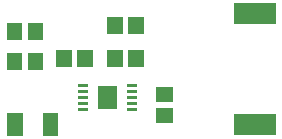
<source format=gbr>
G04 start of page 9 for group -4015 idx -4015 *
G04 Title: (unknown), toppaste *
G04 Creator: pcb 20110918 *
G04 CreationDate: Sat 30 Mar 2013 03:35:01 AM GMT UTC *
G04 For: railfan *
G04 Format: Gerber/RS-274X *
G04 PCB-Dimensions: 130000 55000 *
G04 PCB-Coordinate-Origin: lower left *
%MOIN*%
%FSLAX25Y25*%
%LNTOPPASTE*%
%ADD44R,0.0660X0.0660*%
%ADD43R,0.0117X0.0117*%
%ADD42R,0.0512X0.0512*%
%ADD41R,0.0700X0.0700*%
G54D41*X98500Y9000D02*X105500D01*
X98500Y46000D02*X105500D01*
G54D42*X71607Y19043D02*X72393D01*
X71607Y11957D02*X72393D01*
X22095Y10181D02*Y7819D01*
X33905Y10181D02*Y7819D01*
G54D43*X43605Y21940D02*X45903D01*
X43605Y19970D02*X45903D01*
X43605Y18000D02*X45903D01*
X43605Y16030D02*X45903D01*
X43605Y14060D02*X45903D01*
X60097D02*X62395D01*
X60097Y16030D02*X62395D01*
X60097Y18000D02*X62395D01*
X60097Y19970D02*X62395D01*
X60097Y21940D02*X62395D01*
G54D44*X53000Y18400D02*Y17600D01*
G54D42*X62543Y42393D02*Y41607D01*
X55457Y42393D02*Y41607D01*
Y31393D02*Y30607D01*
X62543Y31393D02*Y30607D01*
X45543Y31393D02*Y30607D01*
X38457Y31393D02*Y30607D01*
X21957Y40393D02*Y39607D01*
X29043Y40393D02*Y39607D01*
Y30393D02*Y29607D01*
X21957Y30393D02*Y29607D01*
M02*

</source>
